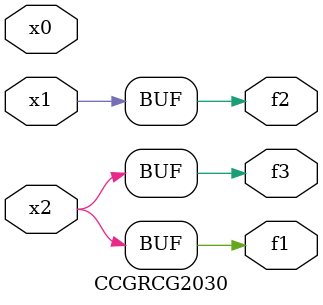
<source format=v>
module CCGRCG2030(
	input x0, x1, x2,
	output f1, f2, f3
);
	assign f1 = x2;
	assign f2 = x1;
	assign f3 = x2;
endmodule

</source>
